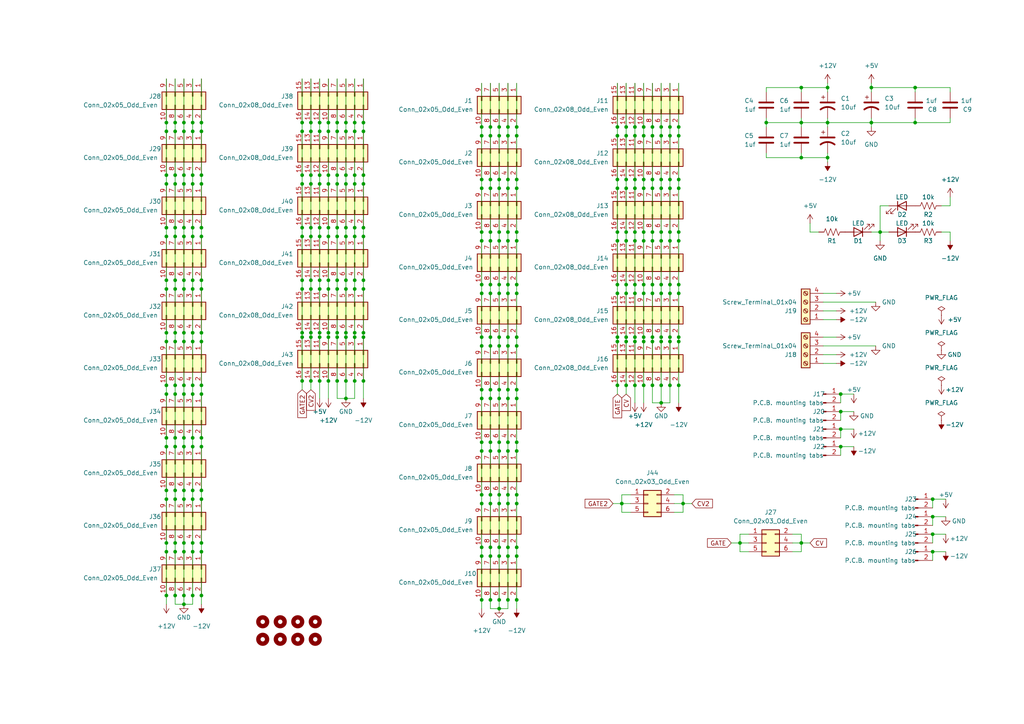
<source format=kicad_sch>
(kicad_sch (version 20211123) (generator eeschema)
  (paper "A4")
  (junction (at 147.32 67.31))
  (junction (at 95.25 83.82))
  (junction (at 92.71 97.79))
  (junction (at 147.32 54.61))
  (junction (at 186.69 69.85))
  (junction (at 149.86 52.07))
  (junction (at 147.32 113.03))
  (junction (at 48.26 50.8))
  (junction (at 194.31 52.07))
  (junction (at 50.8 157.48))
  (junction (at 191.77 52.07))
  (junction (at 55.88 50.8))
  (junction (at 196.85 82.55))
  (junction (at 191.77 67.31))
  (junction (at 181.61 36.83))
  (junction (at 55.88 81.28))
  (junction (at 48.26 99.06))
  (junction (at 149.86 143.51))
  (junction (at 149.86 39.37))
  (junction (at 191.77 69.85))
  (junction (at 189.23 54.61))
  (junction (at 53.34 144.78))
  (junction (at 50.8 144.78))
  (junction (at 55.88 129.54))
  (junction (at 252.73 25.4))
  (junction (at 100.33 81.28))
  (junction (at 189.23 69.85))
  (junction (at 181.61 111.76))
  (junction (at 194.31 39.37))
  (junction (at 270.51 160.02))
  (junction (at 142.24 82.55))
  (junction (at 50.8 38.1))
  (junction (at 50.8 53.34))
  (junction (at 147.32 173.99))
  (junction (at 55.88 144.78))
  (junction (at 58.42 68.58))
  (junction (at 186.69 82.55))
  (junction (at 105.41 83.82))
  (junction (at 147.32 158.75))
  (junction (at 243.84 129.54))
  (junction (at 191.77 39.37))
  (junction (at 196.85 67.31))
  (junction (at 105.41 38.1))
  (junction (at 149.86 82.55))
  (junction (at 50.8 66.04))
  (junction (at 243.84 124.46))
  (junction (at 58.42 53.34))
  (junction (at 196.85 85.09))
  (junction (at 179.07 36.83))
  (junction (at 102.87 53.34))
  (junction (at 53.34 99.06))
  (junction (at 100.33 115.57))
  (junction (at 240.03 45.72))
  (junction (at 142.24 69.85))
  (junction (at 58.42 66.04))
  (junction (at 53.34 83.82))
  (junction (at 265.43 35.56))
  (junction (at 139.7 158.75))
  (junction (at 149.86 36.83))
  (junction (at 270.51 154.94))
  (junction (at 48.26 96.52))
  (junction (at 55.88 68.58))
  (junction (at 147.32 161.29))
  (junction (at 100.33 110.49))
  (junction (at 194.31 111.76))
  (junction (at 189.23 36.83))
  (junction (at 270.51 149.86))
  (junction (at 90.17 53.34))
  (junction (at 142.24 113.03))
  (junction (at 87.63 68.58))
  (junction (at 147.32 82.55))
  (junction (at 142.24 85.09))
  (junction (at 139.7 128.27))
  (junction (at 92.71 83.82))
  (junction (at 87.63 38.1))
  (junction (at 194.31 97.79))
  (junction (at 184.15 52.07))
  (junction (at 142.24 100.33))
  (junction (at 105.41 68.58))
  (junction (at 179.07 67.31))
  (junction (at 179.07 52.07))
  (junction (at 243.84 114.3))
  (junction (at 48.26 142.24))
  (junction (at 58.42 157.48))
  (junction (at 50.8 68.58))
  (junction (at 142.24 173.99))
  (junction (at 186.69 111.76))
  (junction (at 92.71 38.1))
  (junction (at 92.71 68.58))
  (junction (at 102.87 35.56))
  (junction (at 147.32 97.79))
  (junction (at 48.26 172.72))
  (junction (at 179.07 69.85))
  (junction (at 184.15 39.37))
  (junction (at 142.24 146.05))
  (junction (at 97.79 38.1))
  (junction (at 48.26 114.3))
  (junction (at 50.8 142.24))
  (junction (at 53.34 68.58))
  (junction (at 139.7 130.81))
  (junction (at 55.88 38.1))
  (junction (at 144.78 97.79))
  (junction (at 144.78 52.07))
  (junction (at 97.79 68.58))
  (junction (at 184.15 69.85))
  (junction (at 147.32 52.07))
  (junction (at 181.61 82.55))
  (junction (at 58.42 38.1))
  (junction (at 102.87 50.8))
  (junction (at 139.7 113.03))
  (junction (at 196.85 36.83))
  (junction (at 53.34 175.26))
  (junction (at 186.69 52.07))
  (junction (at 142.24 97.79))
  (junction (at 58.42 81.28))
  (junction (at 147.32 100.33))
  (junction (at 102.87 110.49))
  (junction (at 240.03 35.56))
  (junction (at 144.78 173.99))
  (junction (at 48.26 157.48))
  (junction (at 184.15 97.79))
  (junction (at 270.51 144.78))
  (junction (at 90.17 83.82))
  (junction (at 58.42 160.02))
  (junction (at 90.17 66.04))
  (junction (at 100.33 97.79))
  (junction (at 102.87 83.82))
  (junction (at 142.24 115.57))
  (junction (at 144.78 146.05))
  (junction (at 48.26 83.82))
  (junction (at 232.41 45.72))
  (junction (at 191.77 99.06))
  (junction (at 105.41 35.56))
  (junction (at 97.79 66.04))
  (junction (at 147.32 128.27))
  (junction (at 102.87 97.79))
  (junction (at 144.78 115.57))
  (junction (at 50.8 111.76))
  (junction (at 149.86 69.85))
  (junction (at 55.88 83.82))
  (junction (at 198.12 146.05))
  (junction (at 97.79 50.8))
  (junction (at 53.34 114.3))
  (junction (at 144.78 113.03))
  (junction (at 97.79 81.28))
  (junction (at 179.07 82.55))
  (junction (at 191.77 85.09))
  (junction (at 53.34 129.54))
  (junction (at 50.8 83.82))
  (junction (at 92.71 50.8))
  (junction (at 142.24 161.29))
  (junction (at 87.63 53.34))
  (junction (at 100.33 50.8))
  (junction (at 149.86 130.81))
  (junction (at 196.85 39.37))
  (junction (at 90.17 96.52))
  (junction (at 58.42 35.56))
  (junction (at 181.61 54.61))
  (junction (at 102.87 96.52))
  (junction (at 58.42 111.76))
  (junction (at 142.24 128.27))
  (junction (at 102.87 68.58))
  (junction (at 144.78 158.75))
  (junction (at 55.88 127))
  (junction (at 105.41 97.79))
  (junction (at 144.78 54.61))
  (junction (at 92.71 66.04))
  (junction (at 189.23 111.76))
  (junction (at 105.41 96.52))
  (junction (at 55.88 99.06))
  (junction (at 53.34 111.76))
  (junction (at 149.86 67.31))
  (junction (at 232.41 157.48))
  (junction (at 142.24 67.31))
  (junction (at 179.07 54.61))
  (junction (at 184.15 67.31))
  (junction (at 87.63 97.79))
  (junction (at 102.87 38.1))
  (junction (at 181.61 97.79))
  (junction (at 95.25 53.34))
  (junction (at 95.25 50.8))
  (junction (at 48.26 66.04))
  (junction (at 181.61 52.07))
  (junction (at 90.17 68.58))
  (junction (at 55.88 66.04))
  (junction (at 50.8 81.28))
  (junction (at 147.32 36.83))
  (junction (at 105.41 66.04))
  (junction (at 48.26 127))
  (junction (at 139.7 39.37))
  (junction (at 48.26 35.56))
  (junction (at 142.24 143.51))
  (junction (at 147.32 39.37))
  (junction (at 243.84 119.38))
  (junction (at 186.69 39.37))
  (junction (at 100.33 96.52))
  (junction (at 92.71 53.34))
  (junction (at 186.69 85.09))
  (junction (at 144.78 130.81))
  (junction (at 149.86 115.57))
  (junction (at 53.34 66.04))
  (junction (at 184.15 36.83))
  (junction (at 58.42 142.24))
  (junction (at 58.42 127))
  (junction (at 144.78 143.51))
  (junction (at 144.78 69.85))
  (junction (at 105.41 53.34))
  (junction (at 95.25 68.58))
  (junction (at 186.69 54.61))
  (junction (at 180.34 146.05))
  (junction (at 92.71 110.49))
  (junction (at 149.86 146.05))
  (junction (at 186.69 36.83))
  (junction (at 48.26 68.58))
  (junction (at 48.26 38.1))
  (junction (at 92.71 96.52))
  (junction (at 139.7 85.09))
  (junction (at 189.23 85.09))
  (junction (at 196.85 99.06))
  (junction (at 55.88 142.24))
  (junction (at 149.86 161.29))
  (junction (at 139.7 161.29))
  (junction (at 147.32 69.85))
  (junction (at 100.33 66.04))
  (junction (at 147.32 115.57))
  (junction (at 139.7 36.83))
  (junction (at 87.63 83.82))
  (junction (at 194.31 69.85))
  (junction (at 58.42 99.06))
  (junction (at 97.79 97.79))
  (junction (at 100.33 38.1))
  (junction (at 232.41 35.56))
  (junction (at 214.63 157.48))
  (junction (at 255.27 67.31))
  (junction (at 55.88 35.56))
  (junction (at 87.63 35.56))
  (junction (at 142.24 39.37))
  (junction (at 184.15 82.55))
  (junction (at 189.23 82.55))
  (junction (at 50.8 50.8))
  (junction (at 55.88 172.72))
  (junction (at 265.43 25.4))
  (junction (at 95.25 35.56))
  (junction (at 191.77 36.83))
  (junction (at 97.79 96.52))
  (junction (at 149.86 85.09))
  (junction (at 87.63 96.52))
  (junction (at 105.41 50.8))
  (junction (at 181.61 39.37))
  (junction (at 50.8 99.06))
  (junction (at 179.07 99.06))
  (junction (at 194.31 67.31))
  (junction (at 189.23 52.07))
  (junction (at 149.86 173.99))
  (junction (at 139.7 54.61))
  (junction (at 147.32 146.05))
  (junction (at 102.87 81.28))
  (junction (at 50.8 127))
  (junction (at 194.31 54.61))
  (junction (at 90.17 38.1))
  (junction (at 48.26 53.34))
  (junction (at 232.41 25.4))
  (junction (at 144.78 176.53))
  (junction (at 95.25 66.04))
  (junction (at 194.31 85.09))
  (junction (at 139.7 69.85))
  (junction (at 58.42 144.78))
  (junction (at 191.77 116.84))
  (junction (at 144.78 85.09))
  (junction (at 90.17 81.28))
  (junction (at 50.8 96.52))
  (junction (at 55.88 96.52))
  (junction (at 95.25 81.28))
  (junction (at 189.23 39.37))
  (junction (at 194.31 99.06))
  (junction (at 100.33 53.34))
  (junction (at 50.8 129.54))
  (junction (at 144.78 161.29))
  (junction (at 142.24 158.75))
  (junction (at 196.85 111.76))
  (junction (at 50.8 114.3))
  (junction (at 189.23 97.79))
  (junction (at 90.17 35.56))
  (junction (at 58.42 114.3))
  (junction (at 149.86 97.79))
  (junction (at 189.23 67.31))
  (junction (at 142.24 36.83))
  (junction (at 58.42 83.82))
  (junction (at 95.25 38.1))
  (junction (at 139.7 173.99))
  (junction (at 102.87 66.04))
  (junction (at 92.71 35.56))
  (junction (at 95.25 96.52))
  (junction (at 90.17 50.8))
  (junction (at 144.78 82.55))
  (junction (at 181.61 85.09))
  (junction (at 181.61 99.06))
  (junction (at 191.77 97.79))
  (junction (at 87.63 81.28))
  (junction (at 179.07 111.76))
  (junction (at 50.8 172.72))
  (junction (at 142.24 130.81))
  (junction (at 95.25 97.79))
  (junction (at 50.8 160.02))
  (junction (at 149.86 54.61))
  (junction (at 139.7 100.33))
  (junction (at 144.78 67.31))
  (junction (at 147.32 130.81))
  (junction (at 196.85 69.85))
  (junction (at 186.69 97.79))
  (junction (at 97.79 110.49))
  (junction (at 191.77 82.55))
  (junction (at 222.25 35.56))
  (junction (at 90.17 97.79))
  (junction (at 100.33 68.58))
  (junction (at 53.34 53.34))
  (junction (at 184.15 54.61))
  (junction (at 48.26 129.54))
  (junction (at 58.42 172.72))
  (junction (at 149.86 158.75))
  (junction (at 196.85 54.61))
  (junction (at 53.34 35.56))
  (junction (at 186.69 99.06))
  (junction (at 149.86 113.03))
  (junction (at 53.34 81.28))
  (junction (at 105.41 110.49))
  (junction (at 97.79 53.34))
  (junction (at 95.25 110.49))
  (junction (at 191.77 111.76))
  (junction (at 179.07 97.79))
  (junction (at 97.79 83.82))
  (junction (at 100.33 83.82))
  (junction (at 240.03 25.4))
  (junction (at 87.63 66.04))
  (junction (at 142.24 54.61))
  (junction (at 55.88 53.34))
  (junction (at 184.15 111.76))
  (junction (at 58.42 129.54))
  (junction (at 58.42 96.52))
  (junction (at 87.63 110.49))
  (junction (at 87.63 50.8))
  (junction (at 58.42 50.8))
  (junction (at 181.61 67.31))
  (junction (at 147.32 85.09))
  (junction (at 196.85 97.79))
  (junction (at 90.17 110.49))
  (junction (at 184.15 85.09))
  (junction (at 139.7 146.05))
  (junction (at 48.26 81.28))
  (junction (at 144.78 36.83))
  (junction (at 144.78 39.37))
  (junction (at 53.34 160.02))
  (junction (at 55.88 114.3))
  (junction (at 97.79 35.56))
  (junction (at 139.7 143.51))
  (junction (at 48.26 160.02))
  (junction (at 53.34 127))
  (junction (at 186.69 67.31))
  (junction (at 144.78 128.27))
  (junction (at 194.31 36.83))
  (junction (at 194.31 82.55))
  (junction (at 139.7 97.79))
  (junction (at 149.86 100.33))
  (junction (at 196.85 52.07))
  (junction (at 53.34 96.52))
  (junction (at 139.7 67.31))
  (junction (at 92.71 81.28))
  (junction (at 55.88 111.76))
  (junction (at 147.32 143.51))
  (junction (at 191.77 54.61))
  (junction (at 48.26 144.78))
  (junction (at 142.24 52.07))
  (junction (at 189.23 99.06))
  (junction (at 105.41 81.28))
  (junction (at 50.8 35.56))
  (junction (at 53.34 38.1))
  (junction (at 139.7 82.55))
  (junction (at 139.7 115.57))
  (junction (at 53.34 157.48))
  (junction (at 149.86 128.27))
  (junction (at 144.78 100.33))
  (junction (at 184.15 99.06))
  (junction (at 53.34 172.72))
  (junction (at 100.33 35.56))
  (junction (at 48.26 111.76))
  (junction (at 252.73 35.56))
  (junction (at 179.07 39.37))
  (junction (at 53.34 50.8))
  (junction (at 139.7 52.07))
  (junction (at 181.61 69.85))
  (junction (at 55.88 160.02))
  (junction (at 179.07 85.09))
  (junction (at 55.88 157.48))
  (junction (at 53.34 142.24))
  (wire (pts (xy 105.41 38.1) (xy 105.41 50.8)))
  (wire (pts (xy 194.31 24.13) (xy 194.31 36.83)))
  (wire (pts (xy 53.34 50.8) (xy 53.34 53.34)))
  (wire (pts (xy 147.32 67.31) (xy 147.32 69.85)))
  (wire (pts (xy 144.78 115.57) (xy 144.78 128.27)))
  (wire (pts (xy 184.15 54.61) (xy 184.15 67.31)))
  (wire (pts (xy 196.85 99.06) (xy 196.85 111.76)))
  (wire (pts (xy 100.33 83.82) (xy 100.33 96.52)))
  (wire (pts (xy 50.8 66.04) (xy 50.8 68.58)))
  (wire (pts (xy 100.33 97.79) (xy 100.33 110.49)))
  (wire (pts (xy 184.15 99.06) (xy 184.15 111.76)))
  (wire (pts (xy 191.77 85.09) (xy 191.77 97.79)))
  (wire (pts (xy 142.24 97.79) (xy 142.24 100.33)))
  (wire (pts (xy 254 100.33) (xy 238.76 100.33)))
  (wire (pts (xy 184.15 69.85) (xy 184.15 82.55)))
  (wire (pts (xy 55.88 53.34) (xy 55.88 66.04)))
  (wire (pts (xy 142.24 82.55) (xy 142.24 85.09)))
  (wire (pts (xy 240.03 35.56) (xy 240.03 36.83)))
  (wire (pts (xy 97.79 53.34) (xy 97.79 66.04)))
  (wire (pts (xy 50.8 81.28) (xy 50.8 83.82)))
  (wire (pts (xy 186.69 36.83) (xy 186.69 39.37)))
  (wire (pts (xy 102.87 38.1) (xy 102.87 50.8)))
  (wire (pts (xy 186.69 67.31) (xy 186.69 69.85)))
  (wire (pts (xy 105.41 96.52) (xy 105.41 97.79)))
  (wire (pts (xy 181.61 39.37) (xy 181.61 52.07)))
  (wire (pts (xy 177.8 146.05) (xy 180.34 146.05)))
  (wire (pts (xy 238.76 102.87) (xy 242.57 102.87)))
  (wire (pts (xy 90.17 97.79) (xy 90.17 110.49)))
  (wire (pts (xy 191.77 69.85) (xy 191.77 82.55)))
  (wire (pts (xy 234.95 64.77) (xy 234.95 67.31)))
  (wire (pts (xy 50.8 68.58) (xy 50.8 81.28)))
  (wire (pts (xy 255.27 67.31) (xy 257.81 67.31)))
  (wire (pts (xy 252.73 35.56) (xy 252.73 36.83)))
  (wire (pts (xy 48.26 142.24) (xy 48.26 144.78)))
  (wire (pts (xy 95.25 110.49) (xy 95.25 115.57)))
  (wire (pts (xy 90.17 81.28) (xy 90.17 83.82)))
  (wire (pts (xy 105.41 22.86) (xy 105.41 35.56)))
  (wire (pts (xy 191.77 24.13) (xy 191.77 36.83)))
  (wire (pts (xy 179.07 52.07) (xy 179.07 54.61)))
  (wire (pts (xy 58.42 38.1) (xy 58.42 50.8)))
  (wire (pts (xy 48.26 50.8) (xy 48.26 53.34)))
  (wire (pts (xy 48.26 114.3) (xy 48.26 127)))
  (wire (pts (xy 144.78 39.37) (xy 144.78 52.07)))
  (wire (pts (xy 50.8 35.56) (xy 50.8 38.1)))
  (wire (pts (xy 92.71 38.1) (xy 92.71 50.8)))
  (wire (pts (xy 255.27 59.69) (xy 255.27 67.31)))
  (wire (pts (xy 55.88 83.82) (xy 55.88 96.52)))
  (wire (pts (xy 105.41 97.79) (xy 105.41 110.49)))
  (wire (pts (xy 55.88 144.78) (xy 55.88 157.48)))
  (wire (pts (xy 198.12 146.05) (xy 195.58 146.05)))
  (wire (pts (xy 147.32 97.79) (xy 147.32 100.33)))
  (wire (pts (xy 147.32 158.75) (xy 147.32 161.29)))
  (wire (pts (xy 191.77 52.07) (xy 191.77 54.61)))
  (wire (pts (xy 53.34 99.06) (xy 53.34 111.76)))
  (wire (pts (xy 198.12 148.59) (xy 198.12 146.05)))
  (wire (pts (xy 142.24 115.57) (xy 142.24 128.27)))
  (wire (pts (xy 198.12 146.05) (xy 198.12 143.51)))
  (wire (pts (xy 53.34 175.26) (xy 50.8 175.26)))
  (wire (pts (xy 232.41 154.94) (xy 229.87 154.94)))
  (wire (pts (xy 265.43 34.29) (xy 265.43 35.56)))
  (wire (pts (xy 53.34 81.28) (xy 53.34 83.82)))
  (wire (pts (xy 95.25 35.56) (xy 95.25 38.1)))
  (wire (pts (xy 102.87 110.49) (xy 102.87 115.57)))
  (wire (pts (xy 142.24 67.31) (xy 142.24 69.85)))
  (wire (pts (xy 58.42 129.54) (xy 58.42 142.24)))
  (wire (pts (xy 53.34 157.48) (xy 53.34 160.02)))
  (wire (pts (xy 147.32 173.99) (xy 147.32 176.53)))
  (wire (pts (xy 191.77 97.79) (xy 191.77 99.06)))
  (wire (pts (xy 179.07 39.37) (xy 179.07 52.07)))
  (wire (pts (xy 50.8 142.24) (xy 50.8 144.78)))
  (wire (pts (xy 194.31 97.79) (xy 194.31 99.06)))
  (wire (pts (xy 270.51 144.78) (xy 274.32 144.78)))
  (wire (pts (xy 147.32 69.85) (xy 147.32 82.55)))
  (wire (pts (xy 102.87 50.8) (xy 102.87 53.34)))
  (wire (pts (xy 232.41 26.67) (xy 232.41 25.4)))
  (wire (pts (xy 144.78 146.05) (xy 144.78 158.75)))
  (wire (pts (xy 142.24 24.13) (xy 142.24 36.83)))
  (wire (pts (xy 196.85 54.61) (xy 196.85 67.31)))
  (wire (pts (xy 270.51 154.94) (xy 274.32 154.94)))
  (wire (pts (xy 139.7 97.79) (xy 139.7 100.33)))
  (wire (pts (xy 149.86 115.57) (xy 149.86 128.27)))
  (wire (pts (xy 194.31 54.61) (xy 194.31 67.31)))
  (wire (pts (xy 48.26 111.76) (xy 48.26 114.3)))
  (wire (pts (xy 194.31 52.07) (xy 194.31 54.61)))
  (wire (pts (xy 58.42 99.06) (xy 58.42 111.76)))
  (wire (pts (xy 184.15 52.07) (xy 184.15 54.61)))
  (wire (pts (xy 142.24 69.85) (xy 142.24 82.55)))
  (wire (pts (xy 270.51 144.78) (xy 270.51 147.32)))
  (wire (pts (xy 100.33 50.8) (xy 100.33 53.34)))
  (wire (pts (xy 142.24 158.75) (xy 142.24 161.29)))
  (wire (pts (xy 275.59 69.85) (xy 275.59 67.31)))
  (wire (pts (xy 139.7 39.37) (xy 139.7 52.07)))
  (wire (pts (xy 87.63 50.8) (xy 87.63 53.34)))
  (wire (pts (xy 194.31 85.09) (xy 194.31 97.79)))
  (wire (pts (xy 102.87 35.56) (xy 102.87 38.1)))
  (wire (pts (xy 186.69 111.76) (xy 186.69 116.84)))
  (wire (pts (xy 100.33 35.56) (xy 100.33 38.1)))
  (wire (pts (xy 97.79 66.04) (xy 97.79 68.58)))
  (wire (pts (xy 139.7 54.61) (xy 139.7 67.31)))
  (wire (pts (xy 139.7 85.09) (xy 139.7 97.79)))
  (wire (pts (xy 95.25 50.8) (xy 95.25 53.34)))
  (wire (pts (xy 194.31 111.76) (xy 194.31 116.84)))
  (wire (pts (xy 184.15 36.83) (xy 184.15 39.37)))
  (wire (pts (xy 144.78 85.09) (xy 144.78 97.79)))
  (wire (pts (xy 53.34 35.56) (xy 53.34 38.1)))
  (wire (pts (xy 55.88 175.26) (xy 53.34 175.26)))
  (wire (pts (xy 50.8 99.06) (xy 50.8 111.76)))
  (wire (pts (xy 58.42 35.56) (xy 58.42 38.1)))
  (wire (pts (xy 275.59 34.29) (xy 275.59 35.56)))
  (wire (pts (xy 247.65 119.38) (xy 243.84 119.38)))
  (wire (pts (xy 139.7 146.05) (xy 139.7 158.75)))
  (wire (pts (xy 55.88 50.8) (xy 55.88 53.34)))
  (wire (pts (xy 189.23 39.37) (xy 189.23 52.07)))
  (wire (pts (xy 139.7 128.27) (xy 139.7 130.81)))
  (wire (pts (xy 48.26 81.28) (xy 48.26 83.82)))
  (wire (pts (xy 234.95 157.48) (xy 232.41 157.48)))
  (wire (pts (xy 92.71 68.58) (xy 92.71 81.28)))
  (wire (pts (xy 48.26 22.86) (xy 48.26 35.56)))
  (wire (pts (xy 243.84 114.3) (xy 243.84 116.84)))
  (wire (pts (xy 95.25 38.1) (xy 95.25 50.8)))
  (wire (pts (xy 95.25 53.34) (xy 95.25 66.04)))
  (wire (pts (xy 275.59 26.67) (xy 275.59 25.4)))
  (wire (pts (xy 139.7 143.51) (xy 139.7 146.05)))
  (wire (pts (xy 58.42 157.48) (xy 58.42 160.02)))
  (wire (pts (xy 149.86 52.07) (xy 149.86 54.61)))
  (wire (pts (xy 105.41 66.04) (xy 105.41 68.58)))
  (wire (pts (xy 48.26 157.48) (xy 48.26 160.02)))
  (wire (pts (xy 186.69 39.37) (xy 186.69 52.07)))
  (wire (pts (xy 53.34 114.3) (xy 53.34 127)))
  (wire (pts (xy 55.88 111.76) (xy 55.88 114.3)))
  (wire (pts (xy 181.61 85.09) (xy 181.61 97.79)))
  (wire (pts (xy 48.26 129.54) (xy 48.26 142.24)))
  (wire (pts (xy 95.25 66.04) (xy 95.25 68.58)))
  (wire (pts (xy 196.85 39.37) (xy 196.85 52.07)))
  (wire (pts (xy 147.32 146.05) (xy 147.32 158.75)))
  (wire (pts (xy 222.25 45.72) (xy 232.41 45.72)))
  (wire (pts (xy 50.8 157.48) (xy 50.8 160.02)))
  (wire (pts (xy 180.34 143.51) (xy 180.34 146.05)))
  (wire (pts (xy 147.32 54.61) (xy 147.32 67.31)))
  (wire (pts (xy 149.86 113.03) (xy 149.86 115.57)))
  (wire (pts (xy 48.26 99.06) (xy 48.26 111.76)))
  (wire (pts (xy 55.88 81.28) (xy 55.88 83.82)))
  (wire (pts (xy 243.84 124.46) (xy 243.84 127)))
  (wire (pts (xy 100.33 68.58) (xy 100.33 81.28)))
  (wire (pts (xy 53.34 66.04) (xy 53.34 68.58)))
  (wire (pts (xy 142.24 128.27) (xy 142.24 130.81)))
  (wire (pts (xy 55.88 35.56) (xy 55.88 38.1)))
  (wire (pts (xy 255.27 67.31) (xy 252.73 67.31)))
  (wire (pts (xy 194.31 69.85) (xy 194.31 82.55)))
  (wire (pts (xy 53.34 83.82) (xy 53.34 96.52)))
  (wire (pts (xy 53.34 22.86) (xy 53.34 35.56)))
  (wire (pts (xy 194.31 99.06) (xy 194.31 111.76)))
  (wire (pts (xy 214.63 160.02) (xy 217.17 160.02)))
  (wire (pts (xy 149.86 36.83) (xy 149.86 39.37)))
  (wire (pts (xy 181.61 54.61) (xy 181.61 67.31)))
  (wire (pts (xy 50.8 38.1) (xy 50.8 50.8)))
  (wire (pts (xy 189.23 52.07) (xy 189.23 54.61)))
  (wire (pts (xy 179.07 99.06) (xy 179.07 111.76)))
  (wire (pts (xy 191.77 54.61) (xy 191.77 67.31)))
  (wire (pts (xy 147.32 82.55) (xy 147.32 85.09)))
  (wire (pts (xy 180.34 146.05) (xy 182.88 146.05)))
  (wire (pts (xy 189.23 67.31) (xy 189.23 69.85)))
  (wire (pts (xy 196.85 69.85) (xy 196.85 82.55)))
  (wire (pts (xy 191.77 82.55) (xy 191.77 85.09)))
  (wire (pts (xy 222.25 35.56) (xy 232.41 35.56)))
  (wire (pts (xy 195.58 148.59) (xy 198.12 148.59)))
  (wire (pts (xy 147.32 24.13) (xy 147.32 36.83)))
  (wire (pts (xy 186.69 82.55) (xy 186.69 85.09)))
  (wire (pts (xy 55.88 160.02) (xy 55.88 172.72)))
  (wire (pts (xy 186.69 69.85) (xy 186.69 82.55)))
  (wire (pts (xy 102.87 81.28) (xy 102.87 83.82)))
  (wire (pts (xy 232.41 44.45) (xy 232.41 45.72)))
  (wire (pts (xy 181.61 97.79) (xy 181.61 99.06)))
  (wire (pts (xy 48.26 144.78) (xy 48.26 157.48)))
  (wire (pts (xy 182.88 143.51) (xy 180.34 143.51)))
  (wire (pts (xy 87.63 83.82) (xy 87.63 96.52)))
  (wire (pts (xy 191.77 67.31) (xy 191.77 69.85)))
  (wire (pts (xy 139.7 158.75) (xy 139.7 161.29)))
  (wire (pts (xy 181.61 99.06) (xy 181.61 111.76)))
  (wire (pts (xy 50.8 127) (xy 50.8 129.54)))
  (wire (pts (xy 179.07 36.83) (xy 179.07 39.37)))
  (wire (pts (xy 147.32 115.57) (xy 147.32 128.27)))
  (wire (pts (xy 95.25 81.28) (xy 95.25 83.82)))
  (wire (pts (xy 105.41 50.8) (xy 105.41 53.34)))
  (wire (pts (xy 184.15 111.76) (xy 184.15 116.84)))
  (wire (pts (xy 270.51 154.94) (xy 270.51 157.48)))
  (wire (pts (xy 222.25 44.45) (xy 222.25 45.72)))
  (wire (pts (xy 48.26 66.04) (xy 48.26 68.58)))
  (wire (pts (xy 48.26 83.82) (xy 48.26 96.52)))
  (wire (pts (xy 58.42 22.86) (xy 58.42 35.56)))
  (wire (pts (xy 144.78 97.79) (xy 144.78 100.33)))
  (wire (pts (xy 50.8 144.78) (xy 50.8 157.48)))
  (wire (pts (xy 189.23 97.79) (xy 189.23 99.06)))
  (wire (pts (xy 144.78 128.27) (xy 144.78 130.81)))
  (wire (pts (xy 55.88 22.86) (xy 55.88 35.56)))
  (wire (pts (xy 102.87 66.04) (xy 102.87 68.58)))
  (wire (pts (xy 53.34 53.34) (xy 53.34 66.04)))
  (wire (pts (xy 196.85 85.09) (xy 196.85 97.79)))
  (wire (pts (xy 243.84 129.54) (xy 243.84 132.08)))
  (wire (pts (xy 58.42 144.78) (xy 58.42 157.48)))
  (wire (pts (xy 240.03 34.29) (xy 240.03 35.56)))
  (wire (pts (xy 139.7 115.57) (xy 139.7 128.27)))
  (wire (pts (xy 92.71 66.04) (xy 92.71 68.58)))
  (wire (pts (xy 105.41 53.34) (xy 105.41 66.04)))
  (wire (pts (xy 196.85 111.76) (xy 196.85 116.84)))
  (wire (pts (xy 222.25 26.67) (xy 222.25 25.4)))
  (wire (pts (xy 238.76 90.17) (xy 242.57 90.17)))
  (wire (pts (xy 252.73 35.56) (xy 240.03 35.56)))
  (wire (pts (xy 142.24 113.03) (xy 142.24 115.57)))
  (wire (pts (xy 48.26 53.34) (xy 48.26 66.04)))
  (wire (pts (xy 55.88 142.24) (xy 55.88 144.78)))
  (wire (pts (xy 189.23 54.61) (xy 189.23 67.31)))
  (wire (pts (xy 270.51 149.86) (xy 270.51 152.4)))
  (wire (pts (xy 149.86 39.37) (xy 149.86 52.07)))
  (wire (pts (xy 95.25 96.52) (xy 95.25 97.79)))
  (wire (pts (xy 144.78 100.33) (xy 144.78 113.03)))
  (wire (pts (xy 139.7 52.07) (xy 139.7 54.61)))
  (wire (pts (xy 181.61 67.31) (xy 181.61 69.85)))
  (wire (pts (xy 105.41 83.82) (xy 105.41 96.52)))
  (wire (pts (xy 186.69 52.07) (xy 186.69 54.61)))
  (wire (pts (xy 243.84 124.46) (xy 247.65 124.46)))
  (wire (pts (xy 275.59 57.15) (xy 275.59 59.69)))
  (wire (pts (xy 95.25 97.79) (xy 95.25 110.49)))
  (wire (pts (xy 58.42 111.76) (xy 58.42 114.3)))
  (wire (pts (xy 189.23 36.83) (xy 189.23 39.37)))
  (wire (pts (xy 102.87 97.79) (xy 102.87 110.49)))
  (wire (pts (xy 48.26 160.02) (xy 48.26 172.72)))
  (wire (pts (xy 55.88 172.72) (xy 55.88 175.26)))
  (wire (pts (xy 48.26 68.58) (xy 48.26 81.28)))
  (wire (pts (xy 234.95 67.31) (xy 237.49 67.31)))
  (wire (pts (xy 179.07 82.55) (xy 179.07 85.09)))
  (wire (pts (xy 222.25 36.83) (xy 222.25 35.56)))
  (wire (pts (xy 179.07 97.79) (xy 179.07 99.06)))
  (wire (pts (xy 92.71 35.56) (xy 92.71 38.1)))
  (wire (pts (xy 92.71 22.86) (xy 92.71 35.56)))
  (wire (pts (xy 87.63 97.79) (xy 87.63 110.49)))
  (wire (pts (xy 257.81 59.69) (xy 255.27 59.69)))
  (wire (pts (xy 90.17 83.82) (xy 90.17 96.52)))
  (wire (pts (xy 55.88 38.1) (xy 55.88 50.8)))
  (wire (pts (xy 53.34 172.72) (xy 53.34 175.26)))
  (wire (pts (xy 48.26 35.56) (xy 48.26 38.1)))
  (wire (pts (xy 186.69 24.13) (xy 186.69 36.83)))
  (wire (pts (xy 147.32 130.81) (xy 147.32 143.51)))
  (wire (pts (xy 58.42 66.04) (xy 58.42 68.58)))
  (wire (pts (xy 186.69 99.06) (xy 186.69 111.76)))
  (wire (pts (xy 149.86 82.55) (xy 149.86 85.09)))
  (wire (pts (xy 87.63 35.56) (xy 87.63 38.1)))
  (wire (pts (xy 149.86 24.13) (xy 149.86 36.83)))
  (wire (pts (xy 102.87 68.58) (xy 102.87 81.28)))
  (wire (pts (xy 247.65 129.54) (xy 243.84 129.54)))
  (wire (pts (xy 92.71 81.28) (xy 92.71 83.82)))
  (wire (pts (xy 191.77 36.83) (xy 191.77 39.37)))
  (wire (pts (xy 87.63 53.34) (xy 87.63 66.04)))
  (wire (pts (xy 53.34 127) (xy 53.34 129.54)))
  (wire (pts (xy 147.32 161.29) (xy 147.32 173.99)))
  (wire (pts (xy 95.25 68.58) (xy 95.25 81.28)))
  (wire (pts (xy 144.78 176.53) (xy 142.24 176.53)))
  (wire (pts (xy 147.32 143.51) (xy 147.32 146.05)))
  (wire (pts (xy 90.17 38.1) (xy 90.17 50.8)))
  (wire (pts (xy 194.31 36.83) (xy 194.31 39.37)))
  (wire (pts (xy 139.7 100.33) (xy 139.7 113.03)))
  (wire (pts (xy 87.63 68.58) (xy 87.63 81.28)))
  (wire (pts (xy 142.24 36.83) (xy 142.24 39.37)))
  (wire (pts (xy 100.33 115.57) (xy 97.79 115.57)))
  (wire (pts (xy 180.34 146.05) (xy 180.34 148.59)))
  (wire (pts (xy 144.78 161.29) (xy 144.78 173.99)))
  (wire (pts (xy 97.79 97.79) (xy 97.79 110.49)))
  (wire (pts (xy 48.26 172.72) (xy 48.26 175.26)))
  (wire (pts (xy 274.32 149.86) (xy 270.51 149.86)))
  (wire (pts (xy 50.8 53.34) (xy 50.8 66.04)))
  (wire (pts (xy 186.69 85.09) (xy 186.69 97.79)))
  (wire (pts (xy 181.61 24.13) (xy 181.61 36.83)))
  (wire (pts (xy 105.41 81.28) (xy 105.41 83.82)))
  (wire (pts (xy 92.71 110.49) (xy 92.71 115.57)))
  (wire (pts (xy 254 87.63) (xy 238.76 87.63)))
  (wire (pts (xy 55.88 127) (xy 55.88 129.54)))
  (wire (pts (xy 232.41 157.48) (xy 232.41 154.94)))
  (wire (pts (xy 149.86 67.31) (xy 149.86 69.85)))
  (wire (pts (xy 149.86 97.79) (xy 149.86 100.33)))
  (wire (pts (xy 147.32 128.27) (xy 147.32 130.81)))
  (wire (pts (xy 144.78 69.85) (xy 144.78 82.55)))
  (wire (pts (xy 149.86 69.85) (xy 149.86 82.55)))
  (wire (pts (xy 184.15 39.37) (xy 184.15 52.07)))
  (wire (pts (xy 179.07 24.13) (xy 179.07 36.83)))
  (wire (pts (xy 181.61 52.07) (xy 181.61 54.61)))
  (wire (pts (xy 242.57 105.41) (xy 238.76 105.41)))
  (wire (pts (xy 189.23 82.55) (xy 189.23 85.09)))
  (wire (pts (xy 181.61 82.55) (xy 181.61 85.09)))
  (wire (pts (xy 58.42 50.8) (xy 58.42 53.34)))
  (wire (pts (xy 90.17 35.56) (xy 90.17 38.1)))
  (wire (pts (xy 97.79 81.28) (xy 97.79 83.82)))
  (wire (pts (xy 144.78 158.75) (xy 144.78 161.29)))
  (wire (pts (xy 181.61 36.83) (xy 181.61 39.37)))
  (wire (pts (xy 186.69 54.61) (xy 186.69 67.31)))
  (wire (pts (xy 142.24 54.61) (xy 142.24 67.31)))
  (wire (pts (xy 265.43 26.67) (xy 265.43 25.4)))
  (wire (pts (xy 147.32 36.83) (xy 147.32 39.37)))
  (wire (pts (xy 97.79 96.52) (xy 97.79 97.79)))
  (wire (pts (xy 100.33 38.1) (xy 100.33 50.8)))
  (wire (pts (xy 139.7 173.99) (xy 139.7 176.53)))
  (wire (pts (xy 232.41 160.02) (xy 232.41 157.48)))
  (wire (pts (xy 144.78 36.83) (xy 144.78 39.37)))
  (wire (pts (xy 184.15 85.09) (xy 184.15 97.79)))
  (wire (pts (xy 58.42 81.28) (xy 58.42 83.82)))
  (wire (pts (xy 142.24 130.81) (xy 142.24 143.51)))
  (wire (pts (xy 142.24 173.99) (xy 142.24 176.53)))
  (wire (pts (xy 184.15 67.31) (xy 184.15 69.85)))
  (wire (pts (xy 181.61 69.85) (xy 181.61 82.55)))
  (wire (pts (xy 144.78 82.55) (xy 144.78 85.09)))
  (wire (pts (xy 142.24 161.29) (xy 142.24 173.99)))
  (wire (pts (xy 232.41 36.83) (xy 232.41 35.56)))
  (wire (pts (xy 238.76 97.79) (xy 242.57 97.79)))
  (wire (pts (xy 214.63 154.94) (xy 214.63 157.48)))
  (wire (pts (xy 87.63 81.28) (xy 87.63 83.82)))
  (wire (pts (xy 139.7 24.13) (xy 139.7 36.83)))
  (wire (pts (xy 274.32 160.02) (xy 270.51 160.02)))
  (wire (pts (xy 97.79 83.82) (xy 97.79 96.52)))
  (wire (pts (xy 200.66 146.05) (xy 198.12 146.05)))
  (wire (pts (xy 212.09 157.48) (xy 214.63 157.48)))
  (wire (pts (xy 252.73 24.13) (xy 252.73 25.4)))
  (wire (pts (xy 149.86 130.81) (xy 149.86 143.51)))
  (wire (pts (xy 196.85 82.55) (xy 196.85 85.09)))
  (wire (pts (xy 232.41 157.48) (xy 229.87 157.48)))
  (wire (pts (xy 50.8 83.82) (xy 50.8 96.52)))
  (wire (pts (xy 275.59 25.4) (xy 265.43 25.4)))
  (wire (pts (xy 149.86 128.27) (xy 149.86 130.81)))
  (wire (pts (xy 100.33 66.04) (xy 100.33 68.58)))
  (wire (pts (xy 92.71 96.52) (xy 92.71 97.79)))
  (wire (pts (xy 58.42 172.72) (xy 58.42 175.26)))
  (wire (pts (xy 196.85 24.13) (xy 196.85 36.83)))
  (wire (pts (xy 144.78 113.03) (xy 144.78 115.57)))
  (wire (pts (xy 180.34 148.59) (xy 182.88 148.59)))
  (wire (pts (xy 55.88 114.3) (xy 55.88 127)))
  (wire (pts (xy 90.17 53.34) (xy 90.17 66.04)))
  (wire (pts (xy 50.8 96.52) (xy 50.8 99.06)))
  (wire (pts (xy 214.63 157.48) (xy 217.17 157.48)))
  (wire (pts (xy 100.33 22.86) (xy 100.33 35.56)))
  (wire (pts (xy 214.63 157.48) (xy 214.63 160.02)))
  (wire (pts (xy 53.34 38.1) (xy 53.34 50.8)))
  (wire (pts (xy 189.23 111.76) (xy 189.23 116.84)))
  (wire (pts (xy 147.32 100.33) (xy 147.32 113.03)))
  (wire (pts (xy 179.07 85.09) (xy 179.07 97.79)))
  (wire (pts (xy 53.34 160.02) (xy 53.34 172.72)))
  (wire (pts (xy 90.17 66.04) (xy 90.17 68.58)))
  (wire (pts (xy 252.73 35.56) (xy 265.43 35.56)))
  (wire (pts (xy 194.31 67.31) (xy 194.31 69.85)))
  (wire (pts (xy 102.87 96.52) (xy 102.87 97.79)))
  (wire (pts (xy 87.63 22.86) (xy 87.63 35.56)))
  (wire (pts (xy 275.59 59.69) (xy 273.05 59.69)))
  (wire (pts (xy 255.27 67.31) (xy 255.27 69.85)))
  (wire (pts (xy 53.34 68.58) (xy 53.34 81.28)))
  (wire (pts (xy 58.42 96.52) (xy 58.42 99.06)))
  (wire (pts (xy 240.03 25.4) (xy 240.03 26.67)))
  (wire (pts (xy 92.71 50.8) (xy 92.71 53.34)))
  (wire (pts (xy 90.17 22.86) (xy 90.17 35.56)))
  (wire (pts (xy 189.23 69.85) (xy 189.23 82.55)))
  (wire (pts (xy 102.87 83.82) (xy 102.87 96.52)))
  (wire (pts (xy 90.17 50.8) (xy 90.17 53.34)))
  (wire (pts (xy 275.59 67.31) (xy 273.05 67.31)))
  (wire (pts (xy 252.73 34.29) (xy 252.73 35.56)))
  (wire (pts (xy 50.8 111.76) (xy 50.8 114.3)))
  (wire (pts (xy 252.73 25.4) (xy 252.73 26.67)))
  (wire (pts (xy 149.86 85.09) (xy 149.86 97.79)))
  (wire (pts (xy 97.79 50.8) (xy 97.79 53.34)))
  (wire (pts (xy 144.78 143.51) (xy 144.78 146.05)))
  (wire (pts (xy 198.12 143.51) (xy 195.58 143.51)))
  (wire (pts (xy 97.79 35.56) (xy 97.79 38.1)))
  (wire (pts (xy 100.33 81.28) (xy 100.33 83.82)))
  (wire (pts (xy 92.71 53.34) (xy 92.71 66.04)))
  (wire (pts (xy 194.31 116.84) (xy 191.77 116.84)))
  (wire (pts (xy 48.26 38.1) (xy 48.26 50.8)))
  (wire (pts (xy 194.31 82.55) (xy 194.31 85.09)))
  (wire (pts (xy 238.76 85.09) (xy 242.57 85.09)))
  (wire (pts (xy 139.7 113.03) (xy 139.7 115.57)))
  (wire (pts (xy 144.78 54.61) (xy 144.78 67.31)))
  (wire (pts (xy 142.24 39.37) (xy 142.24 52.07)))
  (wire (pts (xy 149.86 100.33) (xy 149.86 113.03)))
  (wire (pts (xy 189.23 99.06) (xy 189.23 111.76)))
  (wire (pts (xy 55.88 66.04) (xy 55.88 68.58)))
  (wire (pts (xy 50.8 129.54) (xy 50.8 142.24)))
  (wire (pts (xy 232.41 25.4) (xy 240.03 25.4)))
  (wire (pts (xy 95.25 22.86) (xy 95.25 35.56)))
  (wire (pts (xy 55.88 157.48) (xy 55.88 160.02)))
  (wire (pts (xy 53.34 142.24) (xy 53.34 144.78)))
  (wire (pts (xy 55.88 96.52) (xy 55.88 99.06)))
  (wire (pts (xy 144.78 173.99) (xy 144.78 176.53)))
  (wire (pts (xy 149.86 173.99) (xy 149.86 176.53)))
  (wire (pts (xy 232.41 35.56) (xy 240.03 35.56)))
  (wire (pts (xy 100.33 53.34) (xy 100.33 66.04)))
  (wire (pts (xy 179.07 69.85) (xy 179.07 82.55)))
  (wire (pts (xy 142.24 52.07) (xy 142.24 54.61)))
  (wire (pts (xy 48.26 96.52) (xy 48.26 99.06)))
  (wire (pts (xy 181.61 111.76) (xy 181.61 114.3)))
  (wire (pts (xy 87.63 96.52) (xy 87.63 97.79)))
  (wire (pts (xy 240.03 46.99) (xy 240.03 45.72)))
  (wire (pts (xy 102.87 115.57) (xy 100.33 115.57)))
  (wire (pts (xy 191.77 111.76) (xy 191.77 116.84)))
  (wire (pts (xy 97.79 68.58) (xy 97.79 81.28)))
  (wire (pts (xy 53.34 111.76) (xy 53.34 114.3)))
  (wire (pts (xy 149.86 143.51) (xy 149.86 146.05)))
  (wire (pts (xy 87.63 66.04) (xy 87.63 68.58)))
  (wire (pts (xy 144.78 24.13) (xy 144.78 36.83)))
  (wire (pts (xy 58.42 83.82) (xy 58.42 96.52)))
  (wire (pts (xy 229.87 160.02) (xy 232.41 160.02)))
  (wire (pts (xy 191.77 116.84) (xy 189.23 116.84)))
  (wire (pts (xy 53.34 129.54) (xy 53.34 142.24)))
  (wire (pts (xy 55.88 99.06) (xy 55.88 111.76)))
  (wire (pts (xy 102.87 53.34) (xy 102.87 66.04)))
  (wire (pts (xy 97.79 110.49) (xy 97.79 115.57)))
  (wire (pts (xy 100.33 96.52) (xy 100.33 97.79)))
  (wire (pts (xy 189.23 24.13) (xy 189.23 36.83)))
  (wire (pts (xy 196.85 52.07) (xy 196.85 54.61)))
  (wire (pts (xy 270.51 160.02) (xy 270.51 162.56)))
  (wire (pts (xy 92.71 83.82) (xy 92.71 96.52)))
  (wire (pts (xy 58.42 114.3) (xy 58.42 127)))
  (wire (pts (xy 144.78 67.31) (xy 144.78 69.85)))
  (wire (pts (xy 196.85 36.83) (xy 196.85 39.37)))
  (wire (pts (xy 142.24 100.33) (xy 142.24 113.03)))
  (wire (pts (xy 100.33 110.49) (xy 100.33 115.57)))
  (wire (pts (xy 87.63 38.1) (xy 87.63 50.8)))
  (wire (pts (xy 50.8 114.3) (xy 50.8 127)))
  (wire (pts (xy 50.8 22.86) (xy 50.8 35.56)))
  (wire (pts (xy 90.17 110.49) (xy 90.17 113.03)))
  (wire (pts (xy 147.32 176.53) (xy 144.78 176.53)))
  (wire (pts (xy 139.7 161.29) (xy 139.7 173.99)))
  (wire (pts (xy 102.87 22.86) (xy 102.87 35.56)))
  (wire (pts (xy 90.17 96.52) (xy 90.17 97.79)))
  (wire (pts (xy 147.32 85.09) (xy 147.32 97.79)))
  (wire (pts (xy 58.42 160.02) (xy 58.42 172.72)))
  (wire (pts (xy 58.42 127) (xy 58.42 129.54)))
  (wire (pts (xy 97.79 38.1) (xy 97.79 50.8)))
  (wire (pts (xy 149.86 161.29) (xy 149.86 173.99)))
  (wire (pts (xy 222.25 25.4) (xy 232.41 25.4)))
  (wire (pts (xy 240.03 24.13) (xy 240.03 25.4)))
  (wire (pts (xy 149.86 54.61) (xy 149.86 67.31)))
  (wire (pts (xy 53.34 96.52) (xy 53.34 99.06)))
  (wire (pts (xy 243.84 119.38) (xy 243.84 121.92)))
  (wire (pts (xy 97.79 22.86) (xy 97.79 35.56)))
  (wire (pts (xy 149.86 146.05) (xy 149.86 158.75)))
  (wire (pts (xy 184.15 24.13) (xy 184.15 36.83)))
  (wire (pts (xy 242.57 92.71) (xy 238.76 92.71)))
  (wire (pts (xy 196.85 97.79) (xy 196.85 99.06)))
  (wire (pts (xy 142.24 143.51) (xy 142.24 146.05)))
  (wire (pts (xy 191.77 39.37) (xy 191.77 52.07)))
  (wire (pts (xy 105.41 68.58) (xy 105.41 81.28)))
  (wire (pts (xy 147.32 39.37) (xy 147.32 52.07)))
  (wire (pts (xy 139.7 82.55) (xy 139.7 85.09)))
  (wire (pts (xy 243.84 114.3) (xy 247.65 114.3)))
  (wire (pts (xy 144.78 130.81) (xy 144.78 143.51)))
  (wire (pts (xy 58.42 142.24) (xy 58.42 144.78)))
  (wire (pts (xy 147.32 52.07) (xy 147.32 54.61)))
  (wire (pts (xy 139.7 130.81) (xy 139.7 143.51)))
  (wire (pts (xy 58.42 68.58) (xy 58.42 81.28)))
  (wire (pts (xy 179.07 111.76) (xy 179.07 114.3)))
  (wire (pts (xy 189.23 85.09) (xy 189.23 97.79)))
  (wire (pts (xy 53.34 144.78) (xy 53.34 157.48)))
  (wire (pts (xy 48.26 127) (xy 48.26 129.54)))
  (wire (pts (xy 217.17 154.94) (xy 214.63 154.94)))
  (wire (pts (xy 142.24 146.05) (xy 142.24 158.75)))
  (wire (pts (xy 139.7 67.31) (xy 139.7 69.85)))
  (wire (pts (xy 184.15 97.79) (xy 184.15 99.06)))
  (wire (pts (xy 275.59 35.56) (xy 265.43 35.56)))
  (wire (pts (xy 144.78 52.07) (xy 144.78 54.61)))
  (wire (pts (xy 179.07 67.31) (xy 179.07 69.85)))
  (wire (pts (xy 95.25 83.82) (xy 95.25 96.52)))
  (wire (pts (xy 50.8 172.72) (xy 50.8 175.26)))
  (wire (pts (xy 149.86 158.75) (xy 149.86 161.29)))
  (wire (pts (xy 87.63 110.49) (xy 87.63 113.03)))
  (wire (pts (xy 184.15 82.55) (xy 184.15 85.09)))
  (wire (pts (xy 105.41 35.56) (xy 105.41 38.1)))
  (wire (pts (xy 50.8 160.02) (xy 50.8 172.72)))
  (wire (pts (xy 90.17 68.58) (xy 90.17 81.28)))
  (wire (pts (xy 147.32 113.03) (xy 147.32 115.57)))
  (wire (pts (xy 139.7 36.83) (xy 139.7 39.37)))
  (wire (pts (xy 191.77 99.06) (xy 191.77 111.76)))
  (wire (pts (xy 186.69 97.79) (xy 186.69 99.06)))
  (wire (pts (xy 240.03 45.72) (xy 240.03 44.45)))
  (wire (pts (xy 105.41 110.49) (xy 105.41 115.57)))
  (wire (pts (xy 194.31 39.37) (xy 194.31 52.07)))
  (wire (pts (xy 50.8 50.8) (xy 50.8 53.34)))
  (wire (pts (xy 196.85 67.31) (xy 196.85 69.85)))
  (wire (pts (xy 55.88 129.54) (xy 55.88 142.24)))
  (wire (pts (xy 232.41 45.72) (xy 240.03 45.72)))
  (wire (pts (xy 252.73 25.4) (xy 265.43 25.4)))
  (wire (pts (xy 139.7 69.85) (xy 139.7 82.55)))
  (wire (pts (xy 58.42 53.34) (xy 58.42 66.04)))
  (wire (pts (xy 232.41 34.29) (xy 232.41 35.56)))
  (wire (pts (xy 222.25 34.29) (xy 222.25 35.56)))
  (wire (pts (xy 142.24 85.09) (xy 142.24 97.79)))
  (wire (pts (xy 55.88 68.58) (xy 55.88 81.28)))
  (wire (pts (xy 92.71 97.79) (xy 92.71 110.49)))
  (wire (pts (xy 179.07 54.61) (xy 179.07 67.31)))
  (global_label "GATE" (shape input) (at 212.09 157.48 180) (property "Intersheet References" "${INTERSHEET_REFS}" (effects hide)))
  (global_label "CV" (shape input) (at 234.95 157.48 0) (property "Intersheet References" "${INTERSHEET_REFS}" (effects hide)))
  (global_label "CV2" (shape input) (at 200.66 146.05 0) (property "Intersheet References" "${INTERSHEET_REFS}" (effects hide)))
  (global_label "CV2" (shape input) (at 90.17 113.03 270) (property "Intersheet References" "${INTERSHEET_REFS}" (effects hide)))
  (global_label "GATE" (shape input) (at 179.07 114.3 270) (property "Intersheet References" "${INTERSHEET_REFS}" (effects hide)))
  (global_label "GATE2" (shape input) (at 87.63 113.03 270) (property "Intersheet References" "${INTERSHEET_REFS}" (effects hide)))
  (global_label "CV" (shape input) (at 181.61 114.3 270) (property "Intersheet References" "${INTERSHEET_REFS}" (effects hide)))
  (global_label "GATE2" (shape input) (at 177.8 146.05 180) (property "Intersheet References" "${INTERSHEET_REFS}" (effects hide)))
  (symbol (lib_id "power:+5V") (at 242.57 85.09 270) (unit 1)
    (property "Reference" "#PWR0112" (effects hide))
    (property "Value" "+5V" (at 247.65 85.09 90))
  )
  (symbol (lib_id "Connector_Generic:Conn_02x05_Odd_Even") (at 144.78 166.37 270) (unit 1)
    (property "Reference" "J10" (at 134.62 166.37 90) (effects (justify left)))
    (property "Value" "Conn_02x05_Odd_Even" (at 115.57 168.91 90) (effects (justify left)))
    (property "Footprint" "Connector_IDC:IDC-Header_2x05_P2.54mm_Vertical" (effects hide))
  )
  (symbol (lib_id "power:-12V") (at 275.59 69.85 180) (unit 1)
    (property "Reference" "#PWR0120" (effects hide))
    (property "Value" "-12V" (at 275.59 74.93 0))
  )
  (symbol (lib_id "Connector_Generic:Conn_02x08_Odd_Even") (at 189.23 104.14 270) (unit 1)
    (property "Reference" "J16" (at 176.53 104.1399 90) (effects (justify right)))
    (property "Value" "Conn_02x08_Odd_Even" (at 176.53 106.6799 90) (effects (justify right)))
    (property "Footprint" "Connector_IDC:IDC-Header_2x08_P2.54mm_Vertical" (effects hide))
  )
  (symbol (lib_id "Connector_Generic:Conn_02x05_Odd_Even") (at 53.34 134.62 270) (unit 1)
    (property "Reference" "J35" (at 43.18 134.62 90) (effects (justify left)))
    (property "Value" "Conn_02x05_Odd_Even" (at 24.13 137.16 90) (effects (justify left)))
    (property "Footprint" "Connector_IDC:IDC-Header_2x05_P2.54mm_Vertical" (effects hide))
  )
  (symbol (lib_id "power:-12V") (at 247.65 129.54 180) (unit 1)
    (property "Reference" "#PWR012" (effects hide))
    (property "Value" "-12V" (at 251.46 130.81 0))
  )
  (symbol (lib_id "power:+12V") (at 242.57 102.87 270) (unit 1)
    (property "Reference" "#PWR0110" (effects hide))
    (property "Value" "+12V" (at 248.92 102.87 90))
  )
  (symbol (lib_id "Connector_Generic:Conn_02x05_Odd_Even") (at 53.34 104.14 270) (unit 1)
    (property "Reference" "J33" (at 43.18 104.14 90) (effects (justify left)))
    (property "Value" "Conn_02x05_Odd_Even" (at 24.13 106.68 90) (effects (justify left)))
    (property "Footprint" "Connector_IDC:IDC-Header_2x05_P2.54mm_Vertical" (effects hide))
  )
  (symbol (lib_id "power:PWR_FLAG") (at 273.05 91.44 0) (unit 1)
    (property "Reference" "#FLG0101" (effects hide))
    (property "Value" "PWR_FLAG" (at 273.05 86.36 0))
  )
  (symbol (lib_id "Mechanical:MountingHole") (at 86.36 185.42 0) (unit 1)
    (property "Reference" "H6" (effects hide))
    (property "Value" "MountingHole" (effects hide))
    (property "Footprint" "MountingHole:MountingHole_3.2mm_M3" (effects hide))
  )
  (symbol (lib_id "Connector:Conn_01x02_Male") (at 238.76 114.3 0) (unit 1)
    (property "Reference" "J17" (at 237.49 114.3 0))
    (property "Value" "P.C.B. mounting tabs" (at 228.6 116.84 0))
    (property "Footprint" "Library:3867B.68 P.C.B. mounting tab" (effects hide))
    (property "Datasheet" "https://www.tme.eu/Document/c9c8c62bfd545d48202186f6fe861f21/3867b.68.pdf" (effects hide))
  )
  (symbol (lib_id "power:GND") (at 252.73 36.83 0) (unit 1)
    (property "Reference" "#PWR0102" (effects hide))
    (property "Value" "GND" (at 252.73 41.91 0))
  )
  (symbol (lib_id "Device:C") (at 232.41 30.48 0) (unit 1)
    (property "Reference" "C6" (at 226.06 29.21 0) (effects (justify left)))
    (property "Value" "1uf" (at 226.06 31.75 0) (effects (justify left)))
    (property "Footprint" "Capacitor_THT:C_Disc_D5.0mm_W2.5mm_P5.00mm" (effects hide))
  )
  (symbol (lib_id "Connector:Conn_01x02_Male") (at 265.43 149.86 0) (unit 1)
    (property "Reference" "J24" (at 264.16 149.86 0))
    (property "Value" "P.C.B. mounting tabs" (at 255.27 152.4 0))
    (property "Footprint" "Library:3867B.68 P.C.B. mounting tab" (effects hide))
    (property "Datasheet" "https://www.tme.eu/Document/c9c8c62bfd545d48202186f6fe861f21/3867b.68.pdf" (effects hide))
  )
  (symbol (lib_id "Connector_Generic:Conn_02x03_Odd_Even") (at 187.96 146.05 0) (unit 1)
    (property "Reference" "J44" (at 189.23 137.16 0))
    (property "Value" "Conn_02x03_Odd_Even" (at 189.23 139.7 0))
    (property "Footprint" "Connector_PinHeader_2.54mm:PinHeader_2x03_P2.54mm_Vertical" (effects hide))
  )
  (symbol (lib_id "Connector:Screw_Terminal_01x04") (at 233.68 90.17 180) (unit 1)
    (property "Reference" "J19" (at 231.14 90.1701 0) (effects (justify left)))
    (property "Value" "Screw_Terminal_01x04" (at 231.14 87.6301 0) (effects (justify left)))
    (property "Footprint" "TerminalBlock:TerminalBlock_bornier-4_P5.08mm" (effects hide))
  )
  (symbol (lib_id "power:-12V") (at 273.05 121.92 180) (unit 1)
    (property "Reference" "#PWR0107" (effects hide))
    (property "Value" "-12V" (at 276.86 123.19 0))
  )
  (symbol (lib_id "power:PWR_FLAG") (at 273.05 101.6 0) (unit 1)
    (property "Reference" "#FLG0102" (effects hide))
    (property "Value" "PWR_FLAG" (at 273.05 96.52 0))
  )
  (symbol (lib_id "Mechanical:MountingHole") (at 86.36 180.34 0) (unit 1)
    (property "Reference" "H5" (effects hide))
    (property "Value" "MountingHole" (effects hide))
    (property "Footprint" "MountingHole:MountingHole_3.2mm_M3" (effects hide))
  )
  (symbol (lib_id "power:-12V") (at 196.85 116.84 180) (unit 1)
    (property "Reference" "#PWR08" (effects hide))
    (property "Value" "-12V" (at 196.85 123.19 0))
  )
  (symbol (lib_id "Connector:Conn_01x02_Male") (at 265.43 154.94 0) (unit 1)
    (property "Reference" "J25" (at 264.16 154.94 0))
    (property "Value" "P.C.B. mounting tabs" (at 255.27 157.48 0))
    (property "Footprint" "Library:3867B.68 P.C.B. mounting tab" (effects hide))
    (property "Datasheet" "https://www.tme.eu/Document/c9c8c62bfd545d48202186f6fe861f21/3867b.68.pdf" (effects hide))
  )
  (symbol (lib_id "Connector_Generic:Conn_02x08_Odd_Even") (at 97.79 102.87 270) (unit 1)
    (property "Reference" "J43" (at 85.09 102.8699 90) (effects (justify right)))
    (property "Value" "Conn_02x08_Odd_Even" (at 85.09 105.4099 90) (effects (justify right)))
    (property "Footprint" "Connector_IDC:IDC-Header_2x08_P2.54mm_Vertical" (effects hide))
  )
  (symbol (lib_id "power:+12V") (at 275.59 57.15 0) (unit 1)
    (property "Reference" "#PWR0119" (effects hide))
    (property "Value" "+12V" (at 275.59 52.07 0))
  )
  (symbol (lib_id "power:GND") (at 254 100.33 0) (unit 1)
    (property "Reference" "#PWR0111" (effects hide))
    (property "Value" "GND" (at 257.81 100.33 0))
  )
  (symbol (lib_id "Device:C_Polarized_US") (at 240.03 40.64 0) (unit 1)
    (property "Reference" "C2" (at 243.84 38.7349 0) (effects (justify left)))
    (property "Value" "10uf" (at 243.84 41.2749 0) (effects (justify left)))
    (property "Footprint" "Capacitor_THT:CP_Radial_D5.0mm_P2.50mm" (effects hide))
  )
  (symbol (lib_id "Connector:Conn_01x02_Male") (at 265.43 144.78 0) (unit 1)
    (property "Reference" "J23" (at 264.16 144.78 0))
    (property "Value" "P.C.B. mounting tabs" (at 255.27 147.32 0))
    (property "Footprint" "Library:3867B.68 P.C.B. mounting tab" (effects hide))
    (property "Datasheet" "https://www.tme.eu/Document/c9c8c62bfd545d48202186f6fe861f21/3867b.68.pdf" (effects hide))
  )
  (symbol (lib_id "Device:C_Polarized_US") (at 252.73 30.48 0) (unit 1)
    (property "Reference" "C3" (at 256.54 28.5749 0) (effects (justify left)))
    (property "Value" "10uf" (at 256.54 31.1149 0) (effects (justify left)))
    (property "Footprint" "Capacitor_THT:CP_Radial_D5.0mm_P2.50mm" (effects hide))
  )
  (symbol (lib_id "Connector_Generic:Conn_02x08_Odd_Even") (at 189.23 74.93 270) (unit 1)
    (property "Reference" "J14" (at 176.53 74.9299 90) (effects (justify right)))
    (property "Value" "Conn_02x08_Odd_Even" (at 176.53 77.4699 90) (effects (justify right)))
    (property "Footprint" "Connector_IDC:IDC-Header_2x08_P2.54mm_Vertical" (effects hide))
  )
  (symbol (lib_id "Device:LED") (at 248.92 67.31 180) (unit 1)
    (property "Reference" "D1" (at 248.92 69.85 0))
    (property "Value" "LED" (at 248.92 64.77 0))
    (property "Footprint" "LED_THT:LED_D5.0mm_Clear" (effects hide))
  )
  (symbol (lib_id "power:GND") (at 255.27 69.85 0) (unit 1)
    (property "Reference" "#PWR0118" (effects hide))
    (property "Value" "GND" (at 255.27 74.93 0))
  )
  (symbol (lib_id "power:+5V") (at 234.95 64.77 0) (unit 1)
    (property "Reference" "#PWR0117" (effects hide))
    (property "Value" "+5V" (at 234.95 59.69 0))
  )
  (symbol (lib_id "Device:R_US") (at 269.24 59.69 90) (unit 1)
    (property "Reference" "R2" (at 269.24 62.23 90))
    (property "Value" "10k" (at 269.24 57.15 90))
    (property "Footprint" "Resistor_THT:R_Axial_DIN0207_L6.3mm_D2.5mm_P7.62mm_Horizontal" (effects hide))
  )
  (symbol (lib_id "Connector_Generic:Conn_02x05_Odd_Even") (at 53.34 119.38 270) (unit 1)
    (property "Reference" "J34" (at 43.18 119.38 90) (effects (justify left)))
    (property "Value" "Conn_02x05_Odd_Even" (at 24.13 121.92 90) (effects (justify left)))
    (property "Footprint" "Connector_IDC:IDC-Header_2x05_P2.54mm_Vertical" (effects hide))
  )
  (symbol (lib_id "Device:LED") (at 261.62 67.31 180) (unit 1)
    (property "Reference" "D3" (at 261.62 69.85 0))
    (property "Value" "LED" (at 261.62 64.77 0))
    (property "Footprint" "LED_THT:LED_D5.0mm_Clear" (effects hide))
  )
  (symbol (lib_id "Connector_Generic:Conn_02x05_Odd_Even") (at 144.78 151.13 270) (unit 1)
    (property "Reference" "J9" (at 134.62 151.13 90) (effects (justify left)))
    (property "Value" "Conn_02x05_Odd_Even" (at 115.57 153.67 90) (effects (justify left)))
    (property "Footprint" "Connector_IDC:IDC-Header_2x05_P2.54mm_Vertical" (effects hide))
  )
  (symbol (lib_id "Connector:Conn_01x02_Male") (at 238.76 119.38 0) (unit 1)
    (property "Reference" "J20" (at 237.49 119.38 0))
    (property "Value" "P.C.B. mounting tabs" (at 228.6 121.92 0))
    (property "Footprint" "Library:3867B.68 P.C.B. mounting tab" (effects hide))
    (property "Datasheet" "https://www.tme.eu/Document/c9c8c62bfd545d48202186f6fe861f21/3867b.68.pdf" (effects hide))
  )
  (symbol (lib_id "power:+5V") (at 242.57 97.79 270) (unit 1)
    (property "Reference" "#PWR0115" (effects hide))
    (property "Value" "+5V" (at 247.65 97.79 90))
  )
  (symbol (lib_id "power:+12V") (at 247.65 124.46 180) (unit 1)
    (property "Reference" "#PWR011" (effects hide))
    (property "Value" "+12V" (at 251.46 125.73 0))
  )
  (symbol (lib_id "Connector_Generic:Conn_02x05_Odd_Even") (at 144.78 74.93 270) (unit 1)
    (property "Reference" "J4" (at 134.62 74.93 90) (effects (justify left)))
    (property "Value" "Conn_02x05_Odd_Even" (at 115.57 77.47 90) (effects (justify left)))
    (property "Footprint" "Connector_IDC:IDC-Header_2x05_P2.54mm_Vertical" (effects hide))
  )
  (symbol (lib_id "Connector_Generic:Conn_02x08_Odd_Even") (at 97.79 58.42 270) (unit 1)
    (property "Reference" "J40" (at 85.09 58.4199 90) (effects (justify right)))
    (property "Value" "Conn_02x08_Odd_Even" (at 85.09 60.9599 90) (effects (justify right)))
    (property "Footprint" "Connector_IDC:IDC-Header_2x08_P2.54mm_Vertical" (effects hide))
  )
  (symbol (lib_id "Connector_Generic:Conn_02x05_Odd_Even") (at 144.78 29.21 270) (unit 1)
    (property "Reference" "J1" (at 134.62 29.21 90) (effects (justify left)))
    (property "Value" "Conn_02x05_Odd_Even" (at 115.57 31.75 90) (effects (justify left)))
    (property "Footprint" "Connector_IDC:IDC-Header_2x05_P2.54mm_Vertical" (effects hide))
  )
  (symbol (lib_id "power:+5V") (at 252.73 24.13 0) (unit 1)
    (property "Reference" "#PWR0103" (effects hide))
    (property "Value" "+5V" (at 252.73 19.05 0))
  )
  (symbol (lib_id "power:GND") (at 273.05 101.6 0) (unit 1)
    (property "Reference" "#PWR0106" (effects hide))
    (property "Value" "GND" (at 276.86 102.87 0))
  )
  (symbol (lib_id "power:-12V") (at 149.86 176.53 180) (unit 1)
    (property "Reference" "#PWR04" (effects hide))
    (property "Value" "-12V" (at 149.86 182.88 0))
  )
  (symbol (lib_id "power:GND") (at 274.32 149.86 0) (unit 1)
    (property "Reference" "#PWR014" (effects hide))
    (property "Value" "GND" (at 278.13 151.13 0))
  )
  (symbol (lib_id "power:-12V") (at 274.32 160.02 180) (unit 1)
    (property "Reference" "#PWR016" (effects hide))
    (property "Value" "-12V" (at 278.13 161.29 0))
  )
  (symbol (lib_id "Connector_Generic:Conn_02x05_Odd_Even") (at 53.34 165.1 270) (unit 1)
    (property "Reference" "J37" (at 43.18 165.1 90) (effects (justify left)))
    (property "Value" "Conn_02x05_Odd_Even" (at 24.13 167.64 90) (effects (justify left)))
    (property "Footprint" "Connector_IDC:IDC-Header_2x05_P2.54mm_Vertical" (effects hide))
  )
  (symbol (lib_id "Connector_Generic:Conn_02x08_Odd_Even") (at 189.23 90.17 270) (unit 1)
    (property "Reference" "J15" (at 176.53 90.1699 90) (effects (justify right)))
    (property "Value" "Conn_02x08_Odd_Even" (at 176.53 92.7099 90) (effects (justify right)))
    (property "Footprint" "Connector_IDC:IDC-Header_2x08_P2.54mm_Vertical" (effects hide))
  )
  (symbol (lib_id "Connector_Generic:Conn_02x08_Odd_Even") (at 97.79 88.9 270) (unit 1)
    (property "Reference" "J42" (at 85.09 88.8999 90) (effects (justify right)))
    (property "Value" "Conn_02x08_Odd_Even" (at 85.09 91.4399 90) (effects (justify right)))
    (property "Footprint" "Connector_IDC:IDC-Header_2x08_P2.54mm_Vertical" (effects hide))
  )
  (symbol (lib_id "power:+5V") (at 92.71 115.57 180) (unit 1)
    (property "Reference" "#PWR019" (effects hide))
    (property "Value" "+5V" (at 92.71 119.38 0))
  )
  (symbol (lib_id "Device:R_US") (at 269.24 67.31 90) (unit 1)
    (property "Reference" "R3" (at 269.24 69.85 90))
    (property "Value" "10k" (at 269.24 64.77 90))
    (property "Footprint" "Resistor_THT:R_Axial_DIN0207_L6.3mm_D2.5mm_P15.24mm_Horizontal" (effects hide))
  )
  (symbol (lib_id "power:+12V") (at 240.03 24.13 0) (unit 1)
    (property "Reference" "#PWR0104" (effects hide))
    (property "Value" "+12V" (at 240.03 19.05 0))
  )
  (symbol (lib_id "Connector_Generic:Conn_02x05_Odd_Even") (at 144.78 59.69 270) (unit 1)
    (property "Reference" "J3" (at 134.62 59.69 90) (effects (justify left)))
    (property "Value" "Conn_02x05_Odd_Even" (at 115.57 62.23 90) (effects (justify left)))
    (property "Footprint" "Connector_IDC:IDC-Header_2x05_P2.54mm_Vertical" (effects hide))
  )
  (symbol (lib_id "Connector_Generic:Conn_02x08_Odd_Even") (at 189.23 44.45 270) (unit 1)
    (property "Reference" "J12" (at 176.53 44.4499 90) (effects (justify right)))
    (property "Value" "Conn_02x08_Odd_Even" (at 176.53 46.9899 90) (effects (justify right)))
    (property "Footprint" "Connector_IDC:IDC-Header_2x08_P2.54mm_Vertical" (effects hide))
  )
  (symbol (lib_id "Connector_Generic:Conn_02x05_Odd_Even") (at 53.34 43.18 270) (unit 1)
    (property "Reference" "J29" (at 43.18 43.18 90) (effects (justify left)))
    (property "Value" "Conn_02x05_Odd_Even" (at 24.13 45.72 90) (effects (justify left)))
    (property "Footprint" "Connector_IDC:IDC-Header_2x05_P2.54mm_Vertical" (effects hide))
  )
  (symbol (lib_id "Device:C") (at 222.25 40.64 0) (unit 1)
    (property "Reference" "C5" (at 215.9 39.37 0) (effects (justify left)))
    (property "Value" "1uf" (at 215.9 41.91 0) (effects (justify left)))
    (property "Footprint" "Capacitor_THT:C_Disc_D5.0mm_W2.5mm_P5.00mm" (effects hide))
  )
  (symbol (lib_id "Mechanical:MountingHole") (at 76.2 180.34 0) (unit 1)
    (property "Reference" "H1" (effects hide))
    (property "Value" "MountingHole" (effects hide))
    (property "Footprint" "MountingHole:MountingHole_3.2mm_M3" (effects hide))
  )
  (symbol (lib_id "Device:LED") (at 261.62 59.69 0) (unit 1)
    (property "Reference" "D2" (at 261.62 62.23 0))
    (property "Value" "LED" (at 261.62 57.15 0))
    (property "Footprint" "LED_THT:LED_D5.0mm_Clear" (effects hide))
  )
  (symbol (lib_id "power:GND") (at 144.78 176.53 0) (unit 1)
    (property "Reference" "#PWR03" (effects hide))
    (property "Value" "GND" (at 144.78 180.34 0))
  )
  (symbol (lib_id "power:-12V") (at 58.42 175.26 180) (unit 1)
    (property "Reference" "#PWR018" (effects hide))
    (property "Value" "-12V" (at 58.42 181.61 0))
  )
  (symbol (lib_id "power:+12V") (at 139.7 176.53 180) (unit 1)
    (property "Reference" "#PWR02" (effects hide))
    (property "Value" "+12V" (at 139.7 182.88 0))
  )
  (symbol (lib_id "Connector_Generic:Conn_02x08_Odd_Even") (at 189.23 29.21 270) (unit 1)
    (property "Reference" "J11" (at 176.53 29.2099 90) (effects (justify right)))
    (property "Value" "Conn_02x08_Odd_Even" (at 176.53 31.7499 90) (effects (justify right)))
    (property "Footprint" "Connector_IDC:IDC-Header_2x08_P2.54mm_Vertical" (effects hide))
  )
  (symbol (lib_id "Connector_Generic:Conn_02x08_Odd_Even") (at 189.23 59.69 270) (unit 1)
    (property "Reference" "J13" (at 176.53 59.6899 90) (effects (justify right)))
    (property "Value" "Conn_02x08_Odd_Even" (at 176.53 62.2299 90) (effects (justify right)))
    (property "Footprint" "Connector_IDC:IDC-Header_2x08_P2.54mm_Vertical" (effects hide))
  )
  (symbol (lib_id "power:GND") (at 191.77 116.84 0) (unit 1)
    (property "Reference" "#PWR07" (effects hide))
    (property "Value" "GND" (at 191.77 120.65 0))
  )
  (symbol (lib_id "Connector_Generic:Conn_02x05_Odd_Even") (at 144.78 90.17 270) (unit 1)
    (property "Reference" "J5" (at 134.62 90.17 90) (effects (justify left)))
    (property "Value" "Conn_02x05_Odd_Even" (at 115.57 92.71 90) (effects (justify left)))
    (property "Footprint" "Connector_IDC:IDC-Header_2x05_P2.54mm_Vertical" (effects hide))
  )
  (symbol (lib_id "Connector_Generic:Conn_02x08_Odd_Even") (at 97.79 27.94 270) (unit 1)
    (property "Reference" "J38" (at 85.09 27.9399 90) (effects (justify right)))
    (property "Value" "Conn_02x08_Odd_Even" (at 85.09 30.4799 90) (effects (justify right)))
    (property "Footprint" "Connector_IDC:IDC-Header_2x08_P2.54mm_Vertical" (effects hide))
  )
  (symbol (lib_id "Connector:Conn_01x02_Male") (at 238.76 124.46 0) (unit 1)
    (property "Reference" "J21" (at 237.49 124.46 0))
    (property "Value" "P.C.B. mounting tabs" (at 228.6 127 0))
    (property "Footprint" "Library:3867B.68 P.C.B. mounting tab" (effects hide))
    (property "Datasheet" "https://www.tme.eu/Document/c9c8c62bfd545d48202186f6fe861f21/3867b.68.pdf" (effects hide))
  )
  (symbol (lib_id "power:+12V") (at 273.05 111.76 180) (unit 1)
    (property "Reference" "#PWR0105" (effects hide))
    (property "Value" "+12V" (at 276.86 113.03 0))
  )
  (symbol (lib_id "Connector_Generic:Conn_02x05_Odd_Even") (at 53.34 27.94 270) (unit 1)
    (property "Reference" "J28" (at 43.18 27.94 90) (effects (justify left)))
    (property "Value" "Conn_02x05_Odd_Even" (at 24.13 30.48 90) (effects (justify left)))
    (property "Footprint" "Connector_IDC:IDC-Header_2x05_P2.54mm_Vertical" (effects hide))
  )
  (symbol (lib_id "Connector_Generic:Conn_02x05_Odd_Even") (at 53.34 88.9 270) (unit 1)
    (property "Reference" "J32" (at 43.18 88.9 90) (effects (justify left)))
    (property "Value" "Conn_02x05_Odd_Even" (at 24.13 91.44 90) (effects (justify left)))
    (property "Footprint" "Connector_IDC:IDC-Header_2x05_P2.54mm_Vertical" (effects hide))
  )
  (symbol (lib_id "Device:R_US") (at 241.3 67.31 90) (unit 1)
    (property "Reference" "R1" (at 241.3 69.85 90))
    (property "Value" "10k" (at 241.3 63.5 90))
    (property "Footprint" "Resistor_THT:R_Axial_DIN0207_L6.3mm_D2.5mm_P10.16mm_Horizontal" (effects hide))
  )
  (symbol (lib_id "Connector_Generic:Conn_02x05_Odd_Even") (at 53.34 73.66 270) (unit 1)
    (property "Reference" "J31" (at 43.18 73.66 90) (effects (justify left)))
    (property "Value" "Conn_02x05_Odd_Even" (at 24.13 76.2 90) (effects (justify left)))
    (property "Footprint" "Connector_IDC:IDC-Header_2x05_P2.54mm_Vertical" (effects hide))
  )
  (symbol (lib_id "Connector:Conn_01x02_Male") (at 265.43 160.02 0) (unit 1)
    (property "Reference" "J26" (at 264.16 160.02 0))
    (property "Value" "P.C.B. mounting tabs" (at 255.27 162.56 0))
    (property "Footprint" "Library:3867B.68 P.C.B. mounting tab" (effects hide))
    (property "Datasheet" "https://www.tme.eu/Document/c9c8c62bfd545d48202186f6fe861f21/3867b.68.pdf" (effects hide))
  )
  (symbol (lib_id "Connector_Generic:Conn_02x03_Odd_Even") (at 222.25 157.48 0) (unit 1)
    (property "Reference" "J27" (at 223.52 148.59 0))
    (property "Value" "Conn_02x03_Odd_Even" (at 223.52 151.13 0))
    (property "Footprint" "Connector_PinHeader_2.54mm:PinHeader_2x03_P2.54mm_Vertical" (effects hide))
  )
  (symbol (lib_id "Connector_Generic:Conn_02x05_Odd_Even") (at 144.78 135.89 270) (unit 1)
    (property "Reference" "J8" (at 134.62 135.89 90) (effects (justify left)))
    (property "Value" "Conn_02x05_Odd_Even" (at 115.57 138.43 90) (effects (justify left)))
    (property "Footprint" "Connector_IDC:IDC-Header_2x05_P2.54mm_Vertical" (effects hide))
  )
  (symbol (lib_id "power:+12V") (at 242.57 90.17 270) (unit 1)
    (property "Reference" "#PWR0113" (effects hide))
    (property "Value" "+12V" (at 248.92 90.17 90))
  )
  (symbol (lib_id "Connector:Screw_Terminal_01x04") (at 233.68 102.87 180) (unit 1)
    (property "Reference" "J18" (at 231.14 102.8701 0) (effects (justify left)))
    (property "Value" "Screw_Terminal_01x04" (at 231.14 100.3301 0) (effects (justify left)))
    (property "Footprint" "TerminalBlock:TerminalBlock_bornier-4_P5.08mm" (effects hide))
  )
  (symbol (lib_id "Device:C") (at 222.25 30.48 0) (unit 1)
    (property "Reference" "C4" (at 215.9 29.21 0) (effects (justify left)))
    (property "Value" "1uf" (at 215.9 31.75 0) (effects (justify left)))
    (property "Footprint" "Capacitor_THT:C_Disc_D5.0mm_W2.5mm_P5.00mm" (effects hide))
  )
  (symbol (lib_id "power:PWR_FLAG") (at 273.05 121.92 0) (unit 1)
    (property "Reference" "#FLG0104" (effects hide))
    (property "Value" "PWR_FLAG" (at 273.05 116.84 0))
  )
  (symbol (lib_id "power:GND") (at 53.34 175.26 0) (unit 1)
    (property "Reference" "#PWR017" (effects hide))
    (property "Value" "GND" (at 53.34 179.07 0))
  )
  (symbol (lib_id "power:+12V") (at 48.26 175.26 180) (unit 1)
    (property "Reference" "#PWR01" (effects hide))
    (property "Value" "+12V" (at 48.26 181.61 0))
  )
  (symbol (lib_id "Connector_Generic:Conn_02x08_Odd_Even") (at 97.79 43.18 270) (unit 1)
    (property "Reference" "J39" (at 85.09 43.1799 90) (effects (justify right)))
    (property "Value" "Conn_02x08_Odd_Even" (at 85.09 45.7199 90) (effects (justify right)))
    (property "Footprint" "Connector_IDC:IDC-Header_2x08_P2.54mm_Vertical" (effects hide))
  )
  (symbol (lib_id "Connector:Conn_01x02_Male") (at 238.76 129.54 0) (unit 1)
    (property "Reference" "J22" (at 237.49 129.54 0))
    (property "Value" "P.C.B. mounting tabs" (at 228.6 132.08 0))
    (property "Footprint" "Library:3867B.68 P.C.B. mounting tab" (effects hide))
    (property "Datasheet" "https://www.tme.eu/Document/c9c8c62bfd545d48202186f6fe861f21/3867b.68.pdf" (effects hide))
  )
  (symbol (lib_id "power:+5V") (at 273.05 91.44 180) (unit 1)
    (property "Reference" "#PWR0108" (effects hide))
    (property "Value" "+5V" (at 276.86 92.71 0))
  )
  (symbol (lib_id "power:-12V") (at 242.57 92.71 270) (unit 1)
    (property "Reference" "#PWR0114" (effects hide))
    (property "Value" "-12V" (at 248.92 92.71 90))
  )
  (symbol (lib_id "Connector_Generic:Conn_02x08_Odd_Even") (at 97.79 73.66 270) (unit 1)
    (property "Reference" "J41" (at 85.09 73.6599 90) (effects (justify right)))
    (property "Value" "Conn_02x08_Odd_Even" (at 85.09 76.1999 90) (effects (justify right)))
    (property "Footprint" "Connector_IDC:IDC-Header_2x08_P2.54mm_Vertical" (effects hide))
  )
  (symbol (lib_id "Mechanical:MountingHole") (at 76.2 185.42 0) (unit 1)
    (property "Reference" "H2" (effects hide))
    (property "Value" "MountingHole" (effects hide))
    (property "Footprint" "MountingHole:MountingHole_3.2mm_M3" (effects hide))
  )
  (symbol (lib_id "Connector_Generic:Conn_02x05_Odd_Even") (at 53.34 58.42 270) (unit 1)
    (property "Reference" "J30" (at 43.18 58.42 90) (effects (justify left)))
    (property "Value" "Conn_02x05_Odd_Even" (at 24.13 60.96 90) (effects (justify left)))
    (property "Footprint" "Connector_IDC:IDC-Header_2x05_P2.54mm_Vertical" (effects hide))
  )
  (symbol (lib_id "power:+12V") (at 186.69 116.84 180) (unit 1)
    (property "Reference" "#PWR06" (effects hide))
    (property "Value" "+12V" (at 186.69 123.19 0))
  )
  (symbol (lib_id "power:+5V") (at 247.65 114.3 180) (unit 1)
    (property "Reference" "#PWR09" (effects hide))
    (property "Value" "+5V" (at 247.65 113.03 0))
  )
  (symbol (lib_id "Mechanical:MountingHole") (at 91.44 185.42 0) (unit 1)
    (property "Reference" "H8" (effects hide))
    (property "Value" "MountingHole" (effects hide))
    (property "Footprint" "MountingHole:MountingHole_3.2mm_M3" (effects hide))
  )
  (symbol (lib_id "power:+5V") (at 184.15 116.84 180) (unit 1)
    (property "Reference" "#PWR05" (effects hide))
    (property "Value" "+5V" (at 184.15 120.65 0))
  )
  (symbol (lib_id "Device:C") (at 232.41 40.64 0) (unit 1)
    (property "Reference" "C7" (at 226.06 39.37 0) (effects (justify left)))
    (property "Value" "1uf" (at 226.06 41.91 0) (effects (justify left)))
    (property "Footprint" "Capacitor_THT:C_Disc_D5.0mm_W2.5mm_P5.00mm" (effects hide))
  )
  (symbol (lib_id "Device:C") (at 275.59 30.48 180) (unit 1)
    (property "Reference" "C9" (at 281.94 31.75 0) (effects (justify left)))
    (property "Value" "1uf" (at 281.94 29.21 0) (effects (justify left)))
    (property "Footprint" "Capacitor_THT:C_Disc_D5.0mm_W2.5mm_P5.00mm" (effects hide))
  )
  (symbol (lib_id "power:-12V") (at 240.03 46.99 180) (unit 1)
    (property "Reference" "#PWR0101" (effects hide))
    (property "Value" "-12V" (at 240.03 52.07 0))
  )
  (symbol (lib_id "Connector_Generic:Conn_02x05_Odd_Even") (at 144.78 44.45 270) (unit 1)
    (property "Reference" "J2" (at 134.62 44.45 90) (effects (justify left)))
    (property "Value" "Conn_02x05_Odd_Even" (at 115.57 46.99 90) (effects (justify left)))
    (property "Footprint" "Connector_IDC:IDC-Header_2x05_P2.54mm_Vertical" (effects hide))
  )
  (symbol (lib_id "Mechanical:MountingHole") (at 81.28 185.42 0) (unit 1)
    (property "Reference" "H4" (effects hide))
    (property "Value" "MountingHole" (effects hide))
    (property "Footprint" "MountingHole:MountingHole_3.2mm_M3" (effects hide))
  )
  (symbol (lib_id "power:GND") (at 100.33 115.57 0) (unit 1)
    (property "Reference" "#PWR021" (effects hide))
    (property "Value" "GND" (at 100.33 119.38 0))
  )
  (symbol (lib_id "power:+12V") (at 95.25 115.57 180) (unit 1)
    (property "Reference" "#PWR020" (effects hide))
    (property "Value" "+12V" (at 95.25 121.92 0))
  )
  (symbol (lib_id "Device:C") (at 265.43 30.48 180) (unit 1)
    (property "Reference" "C8" (at 271.78 31.75 0) (effects (justify left)))
    (property "Value" "1uf" (at 271.78 29.21 0) (effects (justify left)))
    (property "Footprint" "Capacitor_THT:C_Disc_D5.0mm_W2.5mm_P5.00mm" (effects hide))
  )
  (symbol (lib_id "power:+5V") (at 274.32 144.78 180) (unit 1)
    (property "Reference" "#PWR013" (effects hide))
    (property "Value" "+5V" (at 274.32 143.51 0))
  )
  (symbol (lib_id "Connector_Generic:Conn_02x05_Odd_Even") (at 53.34 149.86 270) (unit 1)
    (property "Reference" "J36" (at 43.18 149.86 90) (effects (justify left)))
    (property "Value" "Conn_02x05_Odd_Even" (at 24.13 152.4 90) (effects (justify left)))
    (property "Footprint" "Connector_IDC:IDC-Header_2x05_P2.54mm_Vertical" (effects hide))
  )
  (symbol (lib_id "Connector_Generic:Conn_02x05_Odd_Even") (at 144.78 120.65 270) (unit 1)
    (property "Reference" "J7" (at 134.62 120.65 90) (effects (justify left)))
    (property "Value" "Conn_02x05_Odd_Even" (at 115.57 123.19 90) (effects (justify left)))
    (property "Footprint" "Connector_IDC:IDC-Header_2x05_P2.54mm_Vertical" (effects hide))
  )
  (symbol (lib_id "power:-12V") (at 242.57 105.41 270) (unit 1)
    (property "Reference" "#PWR0109" (effects hide))
    (property "Value" "-12V" (at 248.92 105.41 90))
  )
  (symbol (lib_id "Mechanical:MountingHole") (at 91.44 180.34 0) (unit 1)
    (property "Reference" "H7" (effects hide))
    (property "Value" "MountingHole" (effects hide))
    (property "Footprint" "MountingHole:MountingHole_3.2mm_M3" (effects hide))
  )
  (symbol (lib_id "Device:C_Polarized_US") (at 240.03 30.48 0) (unit 1)
    (property "Reference" "C1" (at 243.84 28.5749 0) (effects (justify left)))
    (property "Value" "10uf" (at 243.84 31.1149 0) (effects (justify left)))
    (property "Footprint" "Capacitor_THT:CP_Radial_D5.0mm_P2.50mm" (effects hide))
  )
  (symbol (lib_id "Mechanical:MountingHole") (at 81.28 180.34 0) (unit 1)
    (property "Reference" "H3" (effects hide))
    (property "Value" "MountingHole" (effects hide))
    (property "Footprint" "MountingHole:MountingHole_3.2mm_M3" (effects hide))
  )
  (symbol (lib_id "Connector_Generic:Conn_02x05_Odd_Even") (at 144.78 105.41 270) (unit 1)
    (property "Reference" "J6" (at 134.62 105.41 90) (effects (justify left)))
    (property "Value" "Conn_02x05_Odd_Even" (at 115.57 107.95 90) (effects (justify left)))
    (property "Footprint" "Connector_IDC:IDC-Header_2x05_P2.54mm_Vertical" (effects hide))
  )
  (symbol (lib_id "power:GND") (at 254 87.63 0) (unit 1)
    (property "Reference" "#PWR0116" (effects hide))
    (property "Value" "GND" (at 257.81 87.63 0))
  )
  (symbol (lib_id "power:GND") (at 247.65 119.38 0) (unit 1)
    (property "Reference" "#PWR010" (effects hide))
    (property "Value" "GND" (at 251.46 120.65 0))
  )
  (symbol (lib_id "power:PWR_FLAG") (at 273.05 111.76 0) (unit 1)
    (property "Reference" "#FLG0103" (effects hide))
    (property "Value" "PWR_FLAG" (at 273.05 106.68 0))
  )
  (symbol (lib_id "power:+12V") (at 274.32 154.94 180) (unit 1)
    (property "Reference" "#PWR015" (effects hide))
    (property "Value" "+12V" (at 278.13 156.21 0))
  )
  (symbol (lib_id "power:-12V") (at 105.41 115.57 180) (unit 1)
    (property "Reference" "#PWR022" (effects hide))
    (property "Value" "-12V" (at 105.41 121.92 0))
  )
)
</source>
